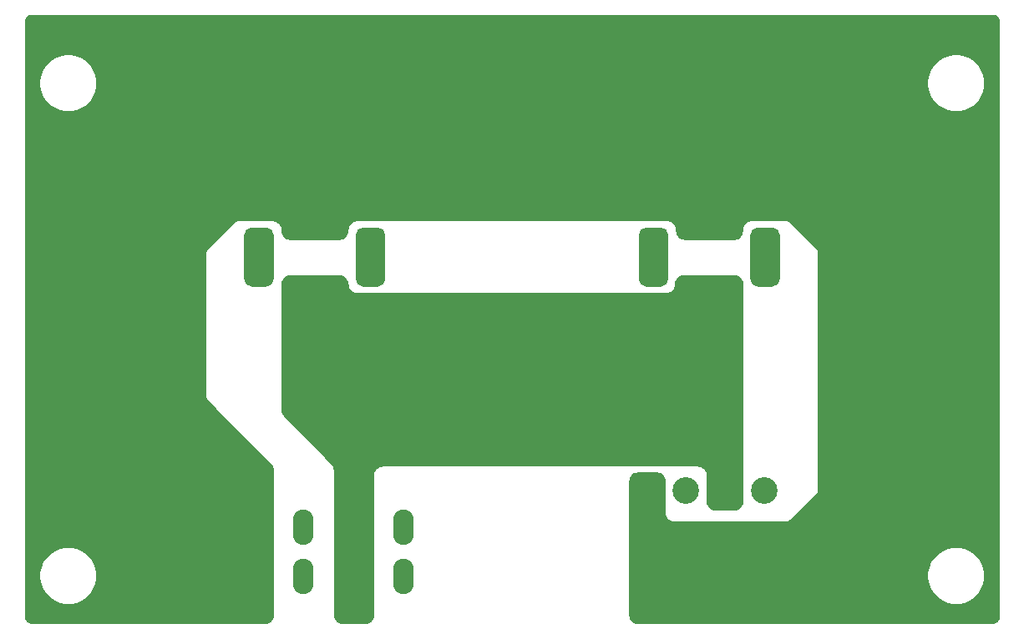
<source format=gbr>
%TF.GenerationSoftware,KiCad,Pcbnew,(5.1.6)-1*%
%TF.CreationDate,2020-12-17T16:36:24+01:00*%
%TF.ProjectId,Ingressi,496e6772-6573-4736-992e-6b696361645f,v1.0*%
%TF.SameCoordinates,Original*%
%TF.FileFunction,Copper,L1,Top*%
%TF.FilePolarity,Positive*%
%FSLAX46Y46*%
G04 Gerber Fmt 4.6, Leading zero omitted, Abs format (unit mm)*
G04 Created by KiCad (PCBNEW (5.1.6)-1) date 2020-12-17 16:36:24*
%MOMM*%
%LPD*%
G01*
G04 APERTURE LIST*
%TA.AperFunction,ComponentPad*%
%ADD10O,2.080000X3.600000*%
%TD*%
%TA.AperFunction,ComponentPad*%
%ADD11C,2.700000*%
%TD*%
%TA.AperFunction,Conductor*%
%ADD12C,0.254000*%
%TD*%
G04 APERTURE END LIST*
D10*
X58960000Y-82600000D03*
X53880000Y-82600000D03*
X64040000Y-82600000D03*
%TA.AperFunction,ComponentPad*%
G36*
G01*
X47760000Y-84150001D02*
X47760000Y-81049999D01*
G75*
G02*
X48009999Y-80800000I249999J0D01*
G01*
X49590001Y-80800000D01*
G75*
G02*
X49840000Y-81049999I0J-249999D01*
G01*
X49840000Y-84150001D01*
G75*
G02*
X49590001Y-84400000I-249999J0D01*
G01*
X48009999Y-84400000D01*
G75*
G02*
X47760000Y-84150001I0J249999D01*
G01*
G37*
%TD.AperFunction*%
%TA.AperFunction,ComponentPad*%
G36*
G01*
X47760000Y-79150001D02*
X47760000Y-76049999D01*
G75*
G02*
X48009999Y-75800000I249999J0D01*
G01*
X49590001Y-75800000D01*
G75*
G02*
X49840000Y-76049999I0J-249999D01*
G01*
X49840000Y-79150001D01*
G75*
G02*
X49590001Y-79400000I-249999J0D01*
G01*
X48009999Y-79400000D01*
G75*
G02*
X47760000Y-79150001I0J249999D01*
G01*
G37*
%TD.AperFunction*%
X53880000Y-77600000D03*
X64040000Y-77600000D03*
X58960000Y-77600000D03*
%TA.AperFunction,ComponentPad*%
G36*
G01*
X102164200Y-47933000D02*
X102164200Y-52433000D01*
G75*
G02*
X101414200Y-53183000I-750000J0D01*
G01*
X99914200Y-53183000D01*
G75*
G02*
X99164200Y-52433000I0J750000D01*
G01*
X99164200Y-47933000D01*
G75*
G02*
X99914200Y-47183000I750000J0D01*
G01*
X101414200Y-47183000D01*
G75*
G02*
X102164200Y-47933000I0J-750000D01*
G01*
G37*
%TD.AperFunction*%
%TA.AperFunction,ComponentPad*%
G36*
G01*
X92750000Y-52366000D02*
X97250000Y-52366000D01*
G75*
G02*
X98000000Y-53116000I0J-750000D01*
G01*
X98000000Y-54616000D01*
G75*
G02*
X97250000Y-55366000I-750000J0D01*
G01*
X92750000Y-55366000D01*
G75*
G02*
X92000000Y-54616000I0J750000D01*
G01*
X92000000Y-53116000D01*
G75*
G02*
X92750000Y-52366000I750000J0D01*
G01*
G37*
%TD.AperFunction*%
%TA.AperFunction,ComponentPad*%
G36*
G01*
X90861200Y-47933000D02*
X90861200Y-52433000D01*
G75*
G02*
X90111200Y-53183000I-750000J0D01*
G01*
X88611200Y-53183000D01*
G75*
G02*
X87861200Y-52433000I0J750000D01*
G01*
X87861200Y-47933000D01*
G75*
G02*
X88611200Y-47183000I750000J0D01*
G01*
X90111200Y-47183000D01*
G75*
G02*
X90861200Y-47933000I0J-750000D01*
G01*
G37*
%TD.AperFunction*%
%TA.AperFunction,ComponentPad*%
G36*
G01*
X97250000Y-48000000D02*
X92750000Y-48000000D01*
G75*
G02*
X92000000Y-47250000I0J750000D01*
G01*
X92000000Y-45750000D01*
G75*
G02*
X92750000Y-45000000I750000J0D01*
G01*
X97250000Y-45000000D01*
G75*
G02*
X98000000Y-45750000I0J-750000D01*
G01*
X98000000Y-47250000D01*
G75*
G02*
X97250000Y-48000000I-750000J0D01*
G01*
G37*
%TD.AperFunction*%
%TA.AperFunction,ComponentPad*%
G36*
G01*
X62164200Y-47933000D02*
X62164200Y-52433000D01*
G75*
G02*
X61414200Y-53183000I-750000J0D01*
G01*
X59914200Y-53183000D01*
G75*
G02*
X59164200Y-52433000I0J750000D01*
G01*
X59164200Y-47933000D01*
G75*
G02*
X59914200Y-47183000I750000J0D01*
G01*
X61414200Y-47183000D01*
G75*
G02*
X62164200Y-47933000I0J-750000D01*
G01*
G37*
%TD.AperFunction*%
%TA.AperFunction,ComponentPad*%
G36*
G01*
X52750000Y-52366000D02*
X57250000Y-52366000D01*
G75*
G02*
X58000000Y-53116000I0J-750000D01*
G01*
X58000000Y-54616000D01*
G75*
G02*
X57250000Y-55366000I-750000J0D01*
G01*
X52750000Y-55366000D01*
G75*
G02*
X52000000Y-54616000I0J750000D01*
G01*
X52000000Y-53116000D01*
G75*
G02*
X52750000Y-52366000I750000J0D01*
G01*
G37*
%TD.AperFunction*%
%TA.AperFunction,ComponentPad*%
G36*
G01*
X50861200Y-47933000D02*
X50861200Y-52433000D01*
G75*
G02*
X50111200Y-53183000I-750000J0D01*
G01*
X48611200Y-53183000D01*
G75*
G02*
X47861200Y-52433000I0J750000D01*
G01*
X47861200Y-47933000D01*
G75*
G02*
X48611200Y-47183000I750000J0D01*
G01*
X50111200Y-47183000D01*
G75*
G02*
X50861200Y-47933000I0J-750000D01*
G01*
G37*
%TD.AperFunction*%
%TA.AperFunction,ComponentPad*%
G36*
G01*
X57250000Y-48000000D02*
X52750000Y-48000000D01*
G75*
G02*
X52000000Y-47250000I0J750000D01*
G01*
X52000000Y-45750000D01*
G75*
G02*
X52750000Y-45000000I750000J0D01*
G01*
X57250000Y-45000000D01*
G75*
G02*
X58000000Y-45750000I0J-750000D01*
G01*
X58000000Y-47250000D01*
G75*
G02*
X57250000Y-48000000I-750000J0D01*
G01*
G37*
%TD.AperFunction*%
D11*
X100580000Y-73850000D03*
X96620000Y-73850000D03*
X92660000Y-73850000D03*
%TA.AperFunction,ComponentPad*%
G36*
G01*
X87350000Y-74949999D02*
X87350000Y-72750001D01*
G75*
G02*
X87600001Y-72500000I250001J0D01*
G01*
X89799999Y-72500000D01*
G75*
G02*
X90050000Y-72750001I0J-250001D01*
G01*
X90050000Y-74949999D01*
G75*
G02*
X89799999Y-75200000I-250001J0D01*
G01*
X87600001Y-75200000D01*
G75*
G02*
X87350000Y-74949999I0J250001D01*
G01*
G37*
%TD.AperFunction*%
D12*
G36*
X57671830Y-52147164D02*
G01*
X57835042Y-52204274D01*
X57981454Y-52296271D01*
X58103729Y-52418546D01*
X58195726Y-52564958D01*
X58252836Y-52728170D01*
X58296364Y-53114489D01*
X58302692Y-53142214D01*
X58369255Y-53332440D01*
X58381594Y-53358063D01*
X58488818Y-53528709D01*
X58506549Y-53550944D01*
X58649056Y-53693451D01*
X58671291Y-53711182D01*
X58841937Y-53818406D01*
X58867560Y-53830745D01*
X59057786Y-53897308D01*
X59085511Y-53903636D01*
X59285780Y-53926201D01*
X59300000Y-53927000D01*
X90600000Y-53927000D01*
X90614220Y-53926201D01*
X90814489Y-53903636D01*
X90842214Y-53897308D01*
X91032440Y-53830745D01*
X91058063Y-53818406D01*
X91228709Y-53711182D01*
X91250944Y-53693451D01*
X91393451Y-53550944D01*
X91411182Y-53528709D01*
X91518406Y-53358063D01*
X91530745Y-53332440D01*
X91597308Y-53142214D01*
X91603636Y-53114489D01*
X91647164Y-52728170D01*
X91704274Y-52564958D01*
X91796271Y-52418546D01*
X91918546Y-52296271D01*
X92064958Y-52204274D01*
X92228170Y-52147164D01*
X92407129Y-52127000D01*
X97542871Y-52127000D01*
X97721830Y-52147164D01*
X97885042Y-52204274D01*
X98031454Y-52296271D01*
X98153729Y-52418546D01*
X98245726Y-52564958D01*
X98302836Y-52728170D01*
X98323000Y-52907129D01*
X98323000Y-74942871D01*
X98302836Y-75121830D01*
X98245726Y-75285042D01*
X98153729Y-75431454D01*
X98031454Y-75553729D01*
X97885042Y-75645726D01*
X97721830Y-75702836D01*
X97542871Y-75723000D01*
X95607129Y-75723000D01*
X95428170Y-75702836D01*
X95264958Y-75645726D01*
X95118546Y-75553729D01*
X94996271Y-75431454D01*
X94904274Y-75285042D01*
X94847164Y-75121830D01*
X94827000Y-74942871D01*
X94827000Y-72300000D01*
X94826201Y-72285780D01*
X94803636Y-72085511D01*
X94797308Y-72057786D01*
X94730745Y-71867560D01*
X94718406Y-71841937D01*
X94611182Y-71671291D01*
X94593451Y-71649056D01*
X94450944Y-71506549D01*
X94428709Y-71488818D01*
X94258063Y-71381594D01*
X94232440Y-71369255D01*
X94042214Y-71302692D01*
X94014489Y-71296364D01*
X93814220Y-71273799D01*
X93800000Y-71273000D01*
X61902774Y-71273000D01*
X61888558Y-71273798D01*
X61688338Y-71296352D01*
X61660619Y-71302677D01*
X61470434Y-71369207D01*
X61444816Y-71381541D01*
X61274197Y-71488715D01*
X61251965Y-71506438D01*
X61109465Y-71648882D01*
X61091733Y-71671107D01*
X60984494Y-71841683D01*
X60972151Y-71867295D01*
X60905545Y-72057454D01*
X60899209Y-72085172D01*
X60876578Y-72285383D01*
X60875774Y-72299598D01*
X60870229Y-86493175D01*
X60850006Y-86672081D01*
X60792858Y-86835238D01*
X60700847Y-86981592D01*
X60578582Y-87103809D01*
X60432194Y-87195762D01*
X60269014Y-87252845D01*
X60090094Y-87273000D01*
X57809905Y-87273000D01*
X57630985Y-87252845D01*
X57467805Y-87195762D01*
X57321418Y-87103809D01*
X57199153Y-86981592D01*
X57107140Y-86835237D01*
X57049994Y-86672083D01*
X57029770Y-86493175D01*
X57024020Y-71796141D01*
X57023408Y-71783742D01*
X57006180Y-71608838D01*
X57001351Y-71584512D01*
X56950459Y-71416291D01*
X56940994Y-71393368D01*
X56858380Y-71238246D01*
X56844641Y-71217599D01*
X56733454Y-71081489D01*
X56725139Y-71072270D01*
X51956349Y-66278159D01*
X51856931Y-66156444D01*
X51786014Y-66023238D01*
X51742352Y-65878790D01*
X51727000Y-65722381D01*
X51727000Y-52907129D01*
X51747164Y-52728170D01*
X51804274Y-52564958D01*
X51896271Y-52418546D01*
X52018546Y-52296271D01*
X52164958Y-52204274D01*
X52328170Y-52147164D01*
X52507129Y-52127000D01*
X57492871Y-52127000D01*
X57671830Y-52147164D01*
G37*
X57671830Y-52147164D02*
X57835042Y-52204274D01*
X57981454Y-52296271D01*
X58103729Y-52418546D01*
X58195726Y-52564958D01*
X58252836Y-52728170D01*
X58296364Y-53114489D01*
X58302692Y-53142214D01*
X58369255Y-53332440D01*
X58381594Y-53358063D01*
X58488818Y-53528709D01*
X58506549Y-53550944D01*
X58649056Y-53693451D01*
X58671291Y-53711182D01*
X58841937Y-53818406D01*
X58867560Y-53830745D01*
X59057786Y-53897308D01*
X59085511Y-53903636D01*
X59285780Y-53926201D01*
X59300000Y-53927000D01*
X90600000Y-53927000D01*
X90614220Y-53926201D01*
X90814489Y-53903636D01*
X90842214Y-53897308D01*
X91032440Y-53830745D01*
X91058063Y-53818406D01*
X91228709Y-53711182D01*
X91250944Y-53693451D01*
X91393451Y-53550944D01*
X91411182Y-53528709D01*
X91518406Y-53358063D01*
X91530745Y-53332440D01*
X91597308Y-53142214D01*
X91603636Y-53114489D01*
X91647164Y-52728170D01*
X91704274Y-52564958D01*
X91796271Y-52418546D01*
X91918546Y-52296271D01*
X92064958Y-52204274D01*
X92228170Y-52147164D01*
X92407129Y-52127000D01*
X97542871Y-52127000D01*
X97721830Y-52147164D01*
X97885042Y-52204274D01*
X98031454Y-52296271D01*
X98153729Y-52418546D01*
X98245726Y-52564958D01*
X98302836Y-52728170D01*
X98323000Y-52907129D01*
X98323000Y-74942871D01*
X98302836Y-75121830D01*
X98245726Y-75285042D01*
X98153729Y-75431454D01*
X98031454Y-75553729D01*
X97885042Y-75645726D01*
X97721830Y-75702836D01*
X97542871Y-75723000D01*
X95607129Y-75723000D01*
X95428170Y-75702836D01*
X95264958Y-75645726D01*
X95118546Y-75553729D01*
X94996271Y-75431454D01*
X94904274Y-75285042D01*
X94847164Y-75121830D01*
X94827000Y-74942871D01*
X94827000Y-72300000D01*
X94826201Y-72285780D01*
X94803636Y-72085511D01*
X94797308Y-72057786D01*
X94730745Y-71867560D01*
X94718406Y-71841937D01*
X94611182Y-71671291D01*
X94593451Y-71649056D01*
X94450944Y-71506549D01*
X94428709Y-71488818D01*
X94258063Y-71381594D01*
X94232440Y-71369255D01*
X94042214Y-71302692D01*
X94014489Y-71296364D01*
X93814220Y-71273799D01*
X93800000Y-71273000D01*
X61902774Y-71273000D01*
X61888558Y-71273798D01*
X61688338Y-71296352D01*
X61660619Y-71302677D01*
X61470434Y-71369207D01*
X61444816Y-71381541D01*
X61274197Y-71488715D01*
X61251965Y-71506438D01*
X61109465Y-71648882D01*
X61091733Y-71671107D01*
X60984494Y-71841683D01*
X60972151Y-71867295D01*
X60905545Y-72057454D01*
X60899209Y-72085172D01*
X60876578Y-72285383D01*
X60875774Y-72299598D01*
X60870229Y-86493175D01*
X60850006Y-86672081D01*
X60792858Y-86835238D01*
X60700847Y-86981592D01*
X60578582Y-87103809D01*
X60432194Y-87195762D01*
X60269014Y-87252845D01*
X60090094Y-87273000D01*
X57809905Y-87273000D01*
X57630985Y-87252845D01*
X57467805Y-87195762D01*
X57321418Y-87103809D01*
X57199153Y-86981592D01*
X57107140Y-86835237D01*
X57049994Y-86672083D01*
X57029770Y-86493175D01*
X57024020Y-71796141D01*
X57023408Y-71783742D01*
X57006180Y-71608838D01*
X57001351Y-71584512D01*
X56950459Y-71416291D01*
X56940994Y-71393368D01*
X56858380Y-71238246D01*
X56844641Y-71217599D01*
X56733454Y-71081489D01*
X56725139Y-71072270D01*
X51956349Y-66278159D01*
X51856931Y-66156444D01*
X51786014Y-66023238D01*
X51742352Y-65878790D01*
X51727000Y-65722381D01*
X51727000Y-52907129D01*
X51747164Y-52728170D01*
X51804274Y-52564958D01*
X51896271Y-52418546D01*
X52018546Y-52296271D01*
X52164958Y-52204274D01*
X52328170Y-52147164D01*
X52507129Y-52127000D01*
X57492871Y-52127000D01*
X57671830Y-52147164D01*
G36*
X124081454Y-25796271D02*
G01*
X124203729Y-25918546D01*
X124290000Y-26055845D01*
X124290001Y-86844153D01*
X124203729Y-86981454D01*
X124081454Y-87103729D01*
X123935042Y-87195726D01*
X123771830Y-87252836D01*
X123592871Y-87273000D01*
X87757129Y-87273000D01*
X87578170Y-87252836D01*
X87414958Y-87195726D01*
X87268546Y-87103729D01*
X87146271Y-86981454D01*
X87054274Y-86835042D01*
X86997164Y-86671830D01*
X86977000Y-86492871D01*
X86977000Y-82207909D01*
X117034350Y-82207909D01*
X117034350Y-82792091D01*
X117148318Y-83365048D01*
X117371875Y-83904762D01*
X117696429Y-84390492D01*
X118109508Y-84803571D01*
X118595238Y-85128125D01*
X119134952Y-85351682D01*
X119707909Y-85465650D01*
X120292091Y-85465650D01*
X120865048Y-85351682D01*
X121404762Y-85128125D01*
X121890492Y-84803571D01*
X122303571Y-84390492D01*
X122628125Y-83904762D01*
X122851682Y-83365048D01*
X122965650Y-82792091D01*
X122965650Y-82207909D01*
X122851682Y-81634952D01*
X122628125Y-81095238D01*
X122303571Y-80609508D01*
X121890492Y-80196429D01*
X121404762Y-79871875D01*
X120865048Y-79648318D01*
X120292091Y-79534350D01*
X119707909Y-79534350D01*
X119134952Y-79648318D01*
X118595238Y-79871875D01*
X118109508Y-80196429D01*
X117696429Y-80609508D01*
X117371875Y-81095238D01*
X117148318Y-81634952D01*
X117034350Y-82207909D01*
X86977000Y-82207909D01*
X86977000Y-72907129D01*
X86997164Y-72728170D01*
X87054274Y-72564958D01*
X87146271Y-72418546D01*
X87268546Y-72296271D01*
X87414958Y-72204274D01*
X87578170Y-72147164D01*
X87757129Y-72127000D01*
X89642871Y-72127000D01*
X89821830Y-72147164D01*
X89985042Y-72204274D01*
X90131454Y-72296271D01*
X90253729Y-72418546D01*
X90345726Y-72564958D01*
X90402836Y-72728170D01*
X90423000Y-72907129D01*
X90423000Y-76100000D01*
X90423799Y-76114220D01*
X90446364Y-76314489D01*
X90452692Y-76342214D01*
X90519255Y-76532440D01*
X90531594Y-76558063D01*
X90638818Y-76728709D01*
X90656549Y-76750944D01*
X90799056Y-76893451D01*
X90821291Y-76911182D01*
X90991937Y-77018406D01*
X91017560Y-77030745D01*
X91207786Y-77097308D01*
X91235511Y-77103636D01*
X91435780Y-77126201D01*
X91450000Y-77127000D01*
X102627208Y-77127000D01*
X102639656Y-77126388D01*
X102815237Y-77109095D01*
X102839655Y-77104238D01*
X103008489Y-77053023D01*
X103031490Y-77043496D01*
X103187088Y-76960327D01*
X103207789Y-76946495D01*
X103344172Y-76834568D01*
X103353407Y-76826199D01*
X105826199Y-74353407D01*
X105834568Y-74344172D01*
X105946495Y-74207789D01*
X105960327Y-74187088D01*
X106043496Y-74031490D01*
X106053023Y-74008489D01*
X106104238Y-73839655D01*
X106109095Y-73815237D01*
X106126388Y-73639656D01*
X106127000Y-73627208D01*
X106127000Y-49872792D01*
X106126388Y-49860344D01*
X106109095Y-49684763D01*
X106104238Y-49660345D01*
X106053023Y-49491511D01*
X106043496Y-49468510D01*
X105960327Y-49312912D01*
X105946495Y-49292211D01*
X105834568Y-49155828D01*
X105826199Y-49146593D01*
X103353407Y-46673801D01*
X103344172Y-46665432D01*
X103207789Y-46553505D01*
X103187088Y-46539673D01*
X103031490Y-46456504D01*
X103008489Y-46446977D01*
X102839655Y-46395762D01*
X102815237Y-46390905D01*
X102639656Y-46373612D01*
X102627208Y-46373000D01*
X99300000Y-46373000D01*
X99285780Y-46373799D01*
X99085511Y-46396364D01*
X99057786Y-46402692D01*
X98867560Y-46469255D01*
X98841937Y-46481594D01*
X98671291Y-46588818D01*
X98649056Y-46606549D01*
X98506549Y-46749056D01*
X98488818Y-46771291D01*
X98381594Y-46941937D01*
X98369255Y-46967560D01*
X98302692Y-47157786D01*
X98296364Y-47185511D01*
X98273799Y-47385780D01*
X98273000Y-47400000D01*
X98273000Y-47492871D01*
X98252836Y-47671830D01*
X98195726Y-47835042D01*
X98103729Y-47981454D01*
X97981454Y-48103729D01*
X97835042Y-48195726D01*
X97671830Y-48252836D01*
X97492871Y-48273000D01*
X92507129Y-48273000D01*
X92328170Y-48252836D01*
X92164958Y-48195726D01*
X92018546Y-48103729D01*
X91896271Y-47981454D01*
X91804274Y-47835042D01*
X91747164Y-47671830D01*
X91727000Y-47492871D01*
X91727000Y-47400000D01*
X91726201Y-47385780D01*
X91703636Y-47185511D01*
X91697308Y-47157786D01*
X91630745Y-46967560D01*
X91618406Y-46941937D01*
X91511182Y-46771291D01*
X91493451Y-46749056D01*
X91350944Y-46606549D01*
X91328709Y-46588818D01*
X91158063Y-46481594D01*
X91132440Y-46469255D01*
X90942214Y-46402692D01*
X90914489Y-46396364D01*
X90714220Y-46373799D01*
X90700000Y-46373000D01*
X59300000Y-46373000D01*
X59285780Y-46373799D01*
X59085511Y-46396364D01*
X59057786Y-46402692D01*
X58867560Y-46469255D01*
X58841937Y-46481594D01*
X58671291Y-46588818D01*
X58649056Y-46606549D01*
X58506549Y-46749056D01*
X58488818Y-46771291D01*
X58381594Y-46941937D01*
X58369255Y-46967560D01*
X58302692Y-47157786D01*
X58296364Y-47185511D01*
X58273799Y-47385780D01*
X58273000Y-47400000D01*
X58273000Y-47492871D01*
X58252836Y-47671830D01*
X58195726Y-47835042D01*
X58103729Y-47981454D01*
X57981454Y-48103729D01*
X57835042Y-48195726D01*
X57671830Y-48252836D01*
X57492871Y-48273000D01*
X52507129Y-48273000D01*
X52328170Y-48252836D01*
X52164958Y-48195726D01*
X52018546Y-48103729D01*
X51896271Y-47981454D01*
X51804274Y-47835042D01*
X51747164Y-47671830D01*
X51727000Y-47492871D01*
X51727000Y-47400000D01*
X51726201Y-47385780D01*
X51703636Y-47185511D01*
X51697308Y-47157786D01*
X51630745Y-46967560D01*
X51618406Y-46941937D01*
X51511182Y-46771291D01*
X51493451Y-46749056D01*
X51350944Y-46606549D01*
X51328709Y-46588818D01*
X51158063Y-46481594D01*
X51132440Y-46469255D01*
X50942214Y-46402692D01*
X50914489Y-46396364D01*
X50714220Y-46373799D01*
X50700000Y-46373000D01*
X47372792Y-46373000D01*
X47360344Y-46373612D01*
X47184763Y-46390905D01*
X47160345Y-46395762D01*
X46991511Y-46446977D01*
X46968510Y-46456504D01*
X46812912Y-46539673D01*
X46792211Y-46553505D01*
X46655828Y-46665432D01*
X46646593Y-46673801D01*
X44173801Y-49146593D01*
X44165432Y-49155828D01*
X44053505Y-49292211D01*
X44039673Y-49312912D01*
X43956504Y-49468510D01*
X43946977Y-49491511D01*
X43895762Y-49660345D01*
X43890905Y-49684763D01*
X43873612Y-49860344D01*
X43873000Y-49872792D01*
X43873000Y-64177208D01*
X43873612Y-64189656D01*
X43890905Y-64365237D01*
X43895762Y-64389655D01*
X43946977Y-64558489D01*
X43956504Y-64581490D01*
X44039673Y-64737088D01*
X44053505Y-64757789D01*
X44165432Y-64894172D01*
X44173801Y-64903407D01*
X50492187Y-71221793D01*
X50592216Y-71343678D01*
X50663592Y-71477214D01*
X50707545Y-71622107D01*
X50723000Y-71779026D01*
X50723000Y-86492871D01*
X50702836Y-86671830D01*
X50645726Y-86835042D01*
X50553729Y-86981454D01*
X50431454Y-87103729D01*
X50285042Y-87195726D01*
X50121830Y-87252836D01*
X49942871Y-87273000D01*
X26407129Y-87273000D01*
X26228170Y-87252836D01*
X26064958Y-87195726D01*
X25918546Y-87103729D01*
X25796271Y-86981454D01*
X25710000Y-86844155D01*
X25710000Y-82207909D01*
X27034350Y-82207909D01*
X27034350Y-82792091D01*
X27148318Y-83365048D01*
X27371875Y-83904762D01*
X27696429Y-84390492D01*
X28109508Y-84803571D01*
X28595238Y-85128125D01*
X29134952Y-85351682D01*
X29707909Y-85465650D01*
X30292091Y-85465650D01*
X30865048Y-85351682D01*
X31404762Y-85128125D01*
X31890492Y-84803571D01*
X32303571Y-84390492D01*
X32628125Y-83904762D01*
X32851682Y-83365048D01*
X32965650Y-82792091D01*
X32965650Y-82207909D01*
X32851682Y-81634952D01*
X32628125Y-81095238D01*
X32303571Y-80609508D01*
X31890492Y-80196429D01*
X31404762Y-79871875D01*
X30865048Y-79648318D01*
X30292091Y-79534350D01*
X29707909Y-79534350D01*
X29134952Y-79648318D01*
X28595238Y-79871875D01*
X28109508Y-80196429D01*
X27696429Y-80609508D01*
X27371875Y-81095238D01*
X27148318Y-81634952D01*
X27034350Y-82207909D01*
X25710000Y-82207909D01*
X25710000Y-32207909D01*
X27034350Y-32207909D01*
X27034350Y-32792091D01*
X27148318Y-33365048D01*
X27371875Y-33904762D01*
X27696429Y-34390492D01*
X28109508Y-34803571D01*
X28595238Y-35128125D01*
X29134952Y-35351682D01*
X29707909Y-35465650D01*
X30292091Y-35465650D01*
X30865048Y-35351682D01*
X31404762Y-35128125D01*
X31890492Y-34803571D01*
X32303571Y-34390492D01*
X32628125Y-33904762D01*
X32851682Y-33365048D01*
X32965650Y-32792091D01*
X32965650Y-32207909D01*
X117034350Y-32207909D01*
X117034350Y-32792091D01*
X117148318Y-33365048D01*
X117371875Y-33904762D01*
X117696429Y-34390492D01*
X118109508Y-34803571D01*
X118595238Y-35128125D01*
X119134952Y-35351682D01*
X119707909Y-35465650D01*
X120292091Y-35465650D01*
X120865048Y-35351682D01*
X121404762Y-35128125D01*
X121890492Y-34803571D01*
X122303571Y-34390492D01*
X122628125Y-33904762D01*
X122851682Y-33365048D01*
X122965650Y-32792091D01*
X122965650Y-32207909D01*
X122851682Y-31634952D01*
X122628125Y-31095238D01*
X122303571Y-30609508D01*
X121890492Y-30196429D01*
X121404762Y-29871875D01*
X120865048Y-29648318D01*
X120292091Y-29534350D01*
X119707909Y-29534350D01*
X119134952Y-29648318D01*
X118595238Y-29871875D01*
X118109508Y-30196429D01*
X117696429Y-30609508D01*
X117371875Y-31095238D01*
X117148318Y-31634952D01*
X117034350Y-32207909D01*
X32965650Y-32207909D01*
X32851682Y-31634952D01*
X32628125Y-31095238D01*
X32303571Y-30609508D01*
X31890492Y-30196429D01*
X31404762Y-29871875D01*
X30865048Y-29648318D01*
X30292091Y-29534350D01*
X29707909Y-29534350D01*
X29134952Y-29648318D01*
X28595238Y-29871875D01*
X28109508Y-30196429D01*
X27696429Y-30609508D01*
X27371875Y-31095238D01*
X27148318Y-31634952D01*
X27034350Y-32207909D01*
X25710000Y-32207909D01*
X25710000Y-26055845D01*
X25796271Y-25918546D01*
X25918546Y-25796271D01*
X26055845Y-25710000D01*
X123944155Y-25710000D01*
X124081454Y-25796271D01*
G37*
X124081454Y-25796271D02*
X124203729Y-25918546D01*
X124290000Y-26055845D01*
X124290001Y-86844153D01*
X124203729Y-86981454D01*
X124081454Y-87103729D01*
X123935042Y-87195726D01*
X123771830Y-87252836D01*
X123592871Y-87273000D01*
X87757129Y-87273000D01*
X87578170Y-87252836D01*
X87414958Y-87195726D01*
X87268546Y-87103729D01*
X87146271Y-86981454D01*
X87054274Y-86835042D01*
X86997164Y-86671830D01*
X86977000Y-86492871D01*
X86977000Y-82207909D01*
X117034350Y-82207909D01*
X117034350Y-82792091D01*
X117148318Y-83365048D01*
X117371875Y-83904762D01*
X117696429Y-84390492D01*
X118109508Y-84803571D01*
X118595238Y-85128125D01*
X119134952Y-85351682D01*
X119707909Y-85465650D01*
X120292091Y-85465650D01*
X120865048Y-85351682D01*
X121404762Y-85128125D01*
X121890492Y-84803571D01*
X122303571Y-84390492D01*
X122628125Y-83904762D01*
X122851682Y-83365048D01*
X122965650Y-82792091D01*
X122965650Y-82207909D01*
X122851682Y-81634952D01*
X122628125Y-81095238D01*
X122303571Y-80609508D01*
X121890492Y-80196429D01*
X121404762Y-79871875D01*
X120865048Y-79648318D01*
X120292091Y-79534350D01*
X119707909Y-79534350D01*
X119134952Y-79648318D01*
X118595238Y-79871875D01*
X118109508Y-80196429D01*
X117696429Y-80609508D01*
X117371875Y-81095238D01*
X117148318Y-81634952D01*
X117034350Y-82207909D01*
X86977000Y-82207909D01*
X86977000Y-72907129D01*
X86997164Y-72728170D01*
X87054274Y-72564958D01*
X87146271Y-72418546D01*
X87268546Y-72296271D01*
X87414958Y-72204274D01*
X87578170Y-72147164D01*
X87757129Y-72127000D01*
X89642871Y-72127000D01*
X89821830Y-72147164D01*
X89985042Y-72204274D01*
X90131454Y-72296271D01*
X90253729Y-72418546D01*
X90345726Y-72564958D01*
X90402836Y-72728170D01*
X90423000Y-72907129D01*
X90423000Y-76100000D01*
X90423799Y-76114220D01*
X90446364Y-76314489D01*
X90452692Y-76342214D01*
X90519255Y-76532440D01*
X90531594Y-76558063D01*
X90638818Y-76728709D01*
X90656549Y-76750944D01*
X90799056Y-76893451D01*
X90821291Y-76911182D01*
X90991937Y-77018406D01*
X91017560Y-77030745D01*
X91207786Y-77097308D01*
X91235511Y-77103636D01*
X91435780Y-77126201D01*
X91450000Y-77127000D01*
X102627208Y-77127000D01*
X102639656Y-77126388D01*
X102815237Y-77109095D01*
X102839655Y-77104238D01*
X103008489Y-77053023D01*
X103031490Y-77043496D01*
X103187088Y-76960327D01*
X103207789Y-76946495D01*
X103344172Y-76834568D01*
X103353407Y-76826199D01*
X105826199Y-74353407D01*
X105834568Y-74344172D01*
X105946495Y-74207789D01*
X105960327Y-74187088D01*
X106043496Y-74031490D01*
X106053023Y-74008489D01*
X106104238Y-73839655D01*
X106109095Y-73815237D01*
X106126388Y-73639656D01*
X106127000Y-73627208D01*
X106127000Y-49872792D01*
X106126388Y-49860344D01*
X106109095Y-49684763D01*
X106104238Y-49660345D01*
X106053023Y-49491511D01*
X106043496Y-49468510D01*
X105960327Y-49312912D01*
X105946495Y-49292211D01*
X105834568Y-49155828D01*
X105826199Y-49146593D01*
X103353407Y-46673801D01*
X103344172Y-46665432D01*
X103207789Y-46553505D01*
X103187088Y-46539673D01*
X103031490Y-46456504D01*
X103008489Y-46446977D01*
X102839655Y-46395762D01*
X102815237Y-46390905D01*
X102639656Y-46373612D01*
X102627208Y-46373000D01*
X99300000Y-46373000D01*
X99285780Y-46373799D01*
X99085511Y-46396364D01*
X99057786Y-46402692D01*
X98867560Y-46469255D01*
X98841937Y-46481594D01*
X98671291Y-46588818D01*
X98649056Y-46606549D01*
X98506549Y-46749056D01*
X98488818Y-46771291D01*
X98381594Y-46941937D01*
X98369255Y-46967560D01*
X98302692Y-47157786D01*
X98296364Y-47185511D01*
X98273799Y-47385780D01*
X98273000Y-47400000D01*
X98273000Y-47492871D01*
X98252836Y-47671830D01*
X98195726Y-47835042D01*
X98103729Y-47981454D01*
X97981454Y-48103729D01*
X97835042Y-48195726D01*
X97671830Y-48252836D01*
X97492871Y-48273000D01*
X92507129Y-48273000D01*
X92328170Y-48252836D01*
X92164958Y-48195726D01*
X92018546Y-48103729D01*
X91896271Y-47981454D01*
X91804274Y-47835042D01*
X91747164Y-47671830D01*
X91727000Y-47492871D01*
X91727000Y-47400000D01*
X91726201Y-47385780D01*
X91703636Y-47185511D01*
X91697308Y-47157786D01*
X91630745Y-46967560D01*
X91618406Y-46941937D01*
X91511182Y-46771291D01*
X91493451Y-46749056D01*
X91350944Y-46606549D01*
X91328709Y-46588818D01*
X91158063Y-46481594D01*
X91132440Y-46469255D01*
X90942214Y-46402692D01*
X90914489Y-46396364D01*
X90714220Y-46373799D01*
X90700000Y-46373000D01*
X59300000Y-46373000D01*
X59285780Y-46373799D01*
X59085511Y-46396364D01*
X59057786Y-46402692D01*
X58867560Y-46469255D01*
X58841937Y-46481594D01*
X58671291Y-46588818D01*
X58649056Y-46606549D01*
X58506549Y-46749056D01*
X58488818Y-46771291D01*
X58381594Y-46941937D01*
X58369255Y-46967560D01*
X58302692Y-47157786D01*
X58296364Y-47185511D01*
X58273799Y-47385780D01*
X58273000Y-47400000D01*
X58273000Y-47492871D01*
X58252836Y-47671830D01*
X58195726Y-47835042D01*
X58103729Y-47981454D01*
X57981454Y-48103729D01*
X57835042Y-48195726D01*
X57671830Y-48252836D01*
X57492871Y-48273000D01*
X52507129Y-48273000D01*
X52328170Y-48252836D01*
X52164958Y-48195726D01*
X52018546Y-48103729D01*
X51896271Y-47981454D01*
X51804274Y-47835042D01*
X51747164Y-47671830D01*
X51727000Y-47492871D01*
X51727000Y-47400000D01*
X51726201Y-47385780D01*
X51703636Y-47185511D01*
X51697308Y-47157786D01*
X51630745Y-46967560D01*
X51618406Y-46941937D01*
X51511182Y-46771291D01*
X51493451Y-46749056D01*
X51350944Y-46606549D01*
X51328709Y-46588818D01*
X51158063Y-46481594D01*
X51132440Y-46469255D01*
X50942214Y-46402692D01*
X50914489Y-46396364D01*
X50714220Y-46373799D01*
X50700000Y-46373000D01*
X47372792Y-46373000D01*
X47360344Y-46373612D01*
X47184763Y-46390905D01*
X47160345Y-46395762D01*
X46991511Y-46446977D01*
X46968510Y-46456504D01*
X46812912Y-46539673D01*
X46792211Y-46553505D01*
X46655828Y-46665432D01*
X46646593Y-46673801D01*
X44173801Y-49146593D01*
X44165432Y-49155828D01*
X44053505Y-49292211D01*
X44039673Y-49312912D01*
X43956504Y-49468510D01*
X43946977Y-49491511D01*
X43895762Y-49660345D01*
X43890905Y-49684763D01*
X43873612Y-49860344D01*
X43873000Y-49872792D01*
X43873000Y-64177208D01*
X43873612Y-64189656D01*
X43890905Y-64365237D01*
X43895762Y-64389655D01*
X43946977Y-64558489D01*
X43956504Y-64581490D01*
X44039673Y-64737088D01*
X44053505Y-64757789D01*
X44165432Y-64894172D01*
X44173801Y-64903407D01*
X50492187Y-71221793D01*
X50592216Y-71343678D01*
X50663592Y-71477214D01*
X50707545Y-71622107D01*
X50723000Y-71779026D01*
X50723000Y-86492871D01*
X50702836Y-86671830D01*
X50645726Y-86835042D01*
X50553729Y-86981454D01*
X50431454Y-87103729D01*
X50285042Y-87195726D01*
X50121830Y-87252836D01*
X49942871Y-87273000D01*
X26407129Y-87273000D01*
X26228170Y-87252836D01*
X26064958Y-87195726D01*
X25918546Y-87103729D01*
X25796271Y-86981454D01*
X25710000Y-86844155D01*
X25710000Y-82207909D01*
X27034350Y-82207909D01*
X27034350Y-82792091D01*
X27148318Y-83365048D01*
X27371875Y-83904762D01*
X27696429Y-84390492D01*
X28109508Y-84803571D01*
X28595238Y-85128125D01*
X29134952Y-85351682D01*
X29707909Y-85465650D01*
X30292091Y-85465650D01*
X30865048Y-85351682D01*
X31404762Y-85128125D01*
X31890492Y-84803571D01*
X32303571Y-84390492D01*
X32628125Y-83904762D01*
X32851682Y-83365048D01*
X32965650Y-82792091D01*
X32965650Y-82207909D01*
X32851682Y-81634952D01*
X32628125Y-81095238D01*
X32303571Y-80609508D01*
X31890492Y-80196429D01*
X31404762Y-79871875D01*
X30865048Y-79648318D01*
X30292091Y-79534350D01*
X29707909Y-79534350D01*
X29134952Y-79648318D01*
X28595238Y-79871875D01*
X28109508Y-80196429D01*
X27696429Y-80609508D01*
X27371875Y-81095238D01*
X27148318Y-81634952D01*
X27034350Y-82207909D01*
X25710000Y-82207909D01*
X25710000Y-32207909D01*
X27034350Y-32207909D01*
X27034350Y-32792091D01*
X27148318Y-33365048D01*
X27371875Y-33904762D01*
X27696429Y-34390492D01*
X28109508Y-34803571D01*
X28595238Y-35128125D01*
X29134952Y-35351682D01*
X29707909Y-35465650D01*
X30292091Y-35465650D01*
X30865048Y-35351682D01*
X31404762Y-35128125D01*
X31890492Y-34803571D01*
X32303571Y-34390492D01*
X32628125Y-33904762D01*
X32851682Y-33365048D01*
X32965650Y-32792091D01*
X32965650Y-32207909D01*
X117034350Y-32207909D01*
X117034350Y-32792091D01*
X117148318Y-33365048D01*
X117371875Y-33904762D01*
X117696429Y-34390492D01*
X118109508Y-34803571D01*
X118595238Y-35128125D01*
X119134952Y-35351682D01*
X119707909Y-35465650D01*
X120292091Y-35465650D01*
X120865048Y-35351682D01*
X121404762Y-35128125D01*
X121890492Y-34803571D01*
X122303571Y-34390492D01*
X122628125Y-33904762D01*
X122851682Y-33365048D01*
X122965650Y-32792091D01*
X122965650Y-32207909D01*
X122851682Y-31634952D01*
X122628125Y-31095238D01*
X122303571Y-30609508D01*
X121890492Y-30196429D01*
X121404762Y-29871875D01*
X120865048Y-29648318D01*
X120292091Y-29534350D01*
X119707909Y-29534350D01*
X119134952Y-29648318D01*
X118595238Y-29871875D01*
X118109508Y-30196429D01*
X117696429Y-30609508D01*
X117371875Y-31095238D01*
X117148318Y-31634952D01*
X117034350Y-32207909D01*
X32965650Y-32207909D01*
X32851682Y-31634952D01*
X32628125Y-31095238D01*
X32303571Y-30609508D01*
X31890492Y-30196429D01*
X31404762Y-29871875D01*
X30865048Y-29648318D01*
X30292091Y-29534350D01*
X29707909Y-29534350D01*
X29134952Y-29648318D01*
X28595238Y-29871875D01*
X28109508Y-30196429D01*
X27696429Y-30609508D01*
X27371875Y-31095238D01*
X27148318Y-31634952D01*
X27034350Y-32207909D01*
X25710000Y-32207909D01*
X25710000Y-26055845D01*
X25796271Y-25918546D01*
X25918546Y-25796271D01*
X26055845Y-25710000D01*
X123944155Y-25710000D01*
X124081454Y-25796271D01*
M02*

</source>
